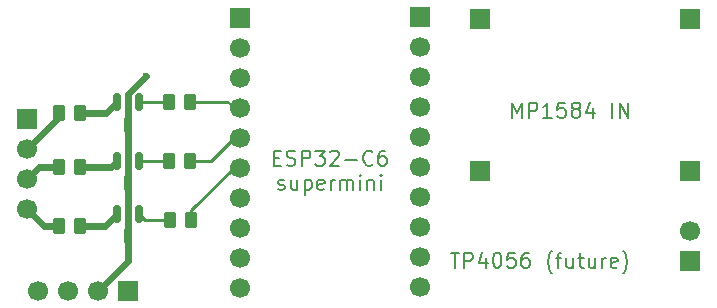
<source format=gbr>
%TF.GenerationSoftware,KiCad,Pcbnew,9.0.1*%
%TF.CreationDate,2025-05-21T02:45:21+02:00*%
%TF.ProjectId,KinderLight,4b696e64-6572-44c6-9967-68742e6b6963,rev?*%
%TF.SameCoordinates,Original*%
%TF.FileFunction,Copper,L1,Top*%
%TF.FilePolarity,Positive*%
%FSLAX46Y46*%
G04 Gerber Fmt 4.6, Leading zero omitted, Abs format (unit mm)*
G04 Created by KiCad (PCBNEW 9.0.1) date 2025-05-21 02:45:21*
%MOMM*%
%LPD*%
G01*
G04 APERTURE LIST*
G04 Aperture macros list*
%AMRoundRect*
0 Rectangle with rounded corners*
0 $1 Rounding radius*
0 $2 $3 $4 $5 $6 $7 $8 $9 X,Y pos of 4 corners*
0 Add a 4 corners polygon primitive as box body*
4,1,4,$2,$3,$4,$5,$6,$7,$8,$9,$2,$3,0*
0 Add four circle primitives for the rounded corners*
1,1,$1+$1,$2,$3*
1,1,$1+$1,$4,$5*
1,1,$1+$1,$6,$7*
1,1,$1+$1,$8,$9*
0 Add four rect primitives between the rounded corners*
20,1,$1+$1,$2,$3,$4,$5,0*
20,1,$1+$1,$4,$5,$6,$7,0*
20,1,$1+$1,$6,$7,$8,$9,0*
20,1,$1+$1,$8,$9,$2,$3,0*%
G04 Aperture macros list end*
%ADD10C,0.158750*%
%TA.AperFunction,NonConductor*%
%ADD11C,0.158750*%
%TD*%
%TA.AperFunction,ComponentPad*%
%ADD12C,1.700000*%
%TD*%
%TA.AperFunction,ComponentPad*%
%ADD13R,1.700000X1.700000*%
%TD*%
%TA.AperFunction,SMDPad,CuDef*%
%ADD14RoundRect,0.250000X0.262500X0.450000X-0.262500X0.450000X-0.262500X-0.450000X0.262500X-0.450000X0*%
%TD*%
%TA.AperFunction,SMDPad,CuDef*%
%ADD15RoundRect,0.150000X-0.150000X0.587500X-0.150000X-0.587500X0.150000X-0.587500X0.150000X0.587500X0*%
%TD*%
%TA.AperFunction,ViaPad*%
%ADD16C,0.600000*%
%TD*%
%TA.AperFunction,Conductor*%
%ADD17C,0.600000*%
%TD*%
%TA.AperFunction,Conductor*%
%ADD18C,0.200000*%
%TD*%
%TA.AperFunction,Conductor*%
%ADD19C,0.250000*%
%TD*%
G04 APERTURE END LIST*
D10*
D11*
X99392618Y-85251719D02*
X99815952Y-85251719D01*
X99997380Y-85916957D02*
X99392618Y-85916957D01*
X99392618Y-85916957D02*
X99392618Y-84646957D01*
X99392618Y-84646957D02*
X99997380Y-84646957D01*
X100481190Y-85856481D02*
X100662619Y-85916957D01*
X100662619Y-85916957D02*
X100965000Y-85916957D01*
X100965000Y-85916957D02*
X101085952Y-85856481D01*
X101085952Y-85856481D02*
X101146428Y-85796004D01*
X101146428Y-85796004D02*
X101206905Y-85675052D01*
X101206905Y-85675052D02*
X101206905Y-85554100D01*
X101206905Y-85554100D02*
X101146428Y-85433147D01*
X101146428Y-85433147D02*
X101085952Y-85372671D01*
X101085952Y-85372671D02*
X100965000Y-85312195D01*
X100965000Y-85312195D02*
X100723095Y-85251719D01*
X100723095Y-85251719D02*
X100602143Y-85191242D01*
X100602143Y-85191242D02*
X100541666Y-85130766D01*
X100541666Y-85130766D02*
X100481190Y-85009814D01*
X100481190Y-85009814D02*
X100481190Y-84888861D01*
X100481190Y-84888861D02*
X100541666Y-84767909D01*
X100541666Y-84767909D02*
X100602143Y-84707433D01*
X100602143Y-84707433D02*
X100723095Y-84646957D01*
X100723095Y-84646957D02*
X101025476Y-84646957D01*
X101025476Y-84646957D02*
X101206905Y-84707433D01*
X101751190Y-85916957D02*
X101751190Y-84646957D01*
X101751190Y-84646957D02*
X102235000Y-84646957D01*
X102235000Y-84646957D02*
X102355952Y-84707433D01*
X102355952Y-84707433D02*
X102416429Y-84767909D01*
X102416429Y-84767909D02*
X102476905Y-84888861D01*
X102476905Y-84888861D02*
X102476905Y-85070290D01*
X102476905Y-85070290D02*
X102416429Y-85191242D01*
X102416429Y-85191242D02*
X102355952Y-85251719D01*
X102355952Y-85251719D02*
X102235000Y-85312195D01*
X102235000Y-85312195D02*
X101751190Y-85312195D01*
X102900238Y-84646957D02*
X103686429Y-84646957D01*
X103686429Y-84646957D02*
X103263095Y-85130766D01*
X103263095Y-85130766D02*
X103444524Y-85130766D01*
X103444524Y-85130766D02*
X103565476Y-85191242D01*
X103565476Y-85191242D02*
X103625952Y-85251719D01*
X103625952Y-85251719D02*
X103686429Y-85372671D01*
X103686429Y-85372671D02*
X103686429Y-85675052D01*
X103686429Y-85675052D02*
X103625952Y-85796004D01*
X103625952Y-85796004D02*
X103565476Y-85856481D01*
X103565476Y-85856481D02*
X103444524Y-85916957D01*
X103444524Y-85916957D02*
X103081667Y-85916957D01*
X103081667Y-85916957D02*
X102960714Y-85856481D01*
X102960714Y-85856481D02*
X102900238Y-85796004D01*
X104170238Y-84767909D02*
X104230714Y-84707433D01*
X104230714Y-84707433D02*
X104351667Y-84646957D01*
X104351667Y-84646957D02*
X104654048Y-84646957D01*
X104654048Y-84646957D02*
X104775000Y-84707433D01*
X104775000Y-84707433D02*
X104835476Y-84767909D01*
X104835476Y-84767909D02*
X104895953Y-84888861D01*
X104895953Y-84888861D02*
X104895953Y-85009814D01*
X104895953Y-85009814D02*
X104835476Y-85191242D01*
X104835476Y-85191242D02*
X104109762Y-85916957D01*
X104109762Y-85916957D02*
X104895953Y-85916957D01*
X105440238Y-85433147D02*
X106407858Y-85433147D01*
X107738334Y-85796004D02*
X107677858Y-85856481D01*
X107677858Y-85856481D02*
X107496429Y-85916957D01*
X107496429Y-85916957D02*
X107375477Y-85916957D01*
X107375477Y-85916957D02*
X107194048Y-85856481D01*
X107194048Y-85856481D02*
X107073096Y-85735528D01*
X107073096Y-85735528D02*
X107012619Y-85614576D01*
X107012619Y-85614576D02*
X106952143Y-85372671D01*
X106952143Y-85372671D02*
X106952143Y-85191242D01*
X106952143Y-85191242D02*
X107012619Y-84949338D01*
X107012619Y-84949338D02*
X107073096Y-84828385D01*
X107073096Y-84828385D02*
X107194048Y-84707433D01*
X107194048Y-84707433D02*
X107375477Y-84646957D01*
X107375477Y-84646957D02*
X107496429Y-84646957D01*
X107496429Y-84646957D02*
X107677858Y-84707433D01*
X107677858Y-84707433D02*
X107738334Y-84767909D01*
X108826905Y-84646957D02*
X108585000Y-84646957D01*
X108585000Y-84646957D02*
X108464048Y-84707433D01*
X108464048Y-84707433D02*
X108403572Y-84767909D01*
X108403572Y-84767909D02*
X108282619Y-84949338D01*
X108282619Y-84949338D02*
X108222143Y-85191242D01*
X108222143Y-85191242D02*
X108222143Y-85675052D01*
X108222143Y-85675052D02*
X108282619Y-85796004D01*
X108282619Y-85796004D02*
X108343096Y-85856481D01*
X108343096Y-85856481D02*
X108464048Y-85916957D01*
X108464048Y-85916957D02*
X108705953Y-85916957D01*
X108705953Y-85916957D02*
X108826905Y-85856481D01*
X108826905Y-85856481D02*
X108887381Y-85796004D01*
X108887381Y-85796004D02*
X108947858Y-85675052D01*
X108947858Y-85675052D02*
X108947858Y-85372671D01*
X108947858Y-85372671D02*
X108887381Y-85251719D01*
X108887381Y-85251719D02*
X108826905Y-85191242D01*
X108826905Y-85191242D02*
X108705953Y-85130766D01*
X108705953Y-85130766D02*
X108464048Y-85130766D01*
X108464048Y-85130766D02*
X108343096Y-85191242D01*
X108343096Y-85191242D02*
X108282619Y-85251719D01*
X108282619Y-85251719D02*
X108222143Y-85372671D01*
X99755476Y-87901110D02*
X99876429Y-87961586D01*
X99876429Y-87961586D02*
X100118333Y-87961586D01*
X100118333Y-87961586D02*
X100239286Y-87901110D01*
X100239286Y-87901110D02*
X100299762Y-87780157D01*
X100299762Y-87780157D02*
X100299762Y-87719681D01*
X100299762Y-87719681D02*
X100239286Y-87598729D01*
X100239286Y-87598729D02*
X100118333Y-87538252D01*
X100118333Y-87538252D02*
X99936905Y-87538252D01*
X99936905Y-87538252D02*
X99815952Y-87477776D01*
X99815952Y-87477776D02*
X99755476Y-87356824D01*
X99755476Y-87356824D02*
X99755476Y-87296348D01*
X99755476Y-87296348D02*
X99815952Y-87175395D01*
X99815952Y-87175395D02*
X99936905Y-87114919D01*
X99936905Y-87114919D02*
X100118333Y-87114919D01*
X100118333Y-87114919D02*
X100239286Y-87175395D01*
X101388333Y-87114919D02*
X101388333Y-87961586D01*
X100844047Y-87114919D02*
X100844047Y-87780157D01*
X100844047Y-87780157D02*
X100904524Y-87901110D01*
X100904524Y-87901110D02*
X101025476Y-87961586D01*
X101025476Y-87961586D02*
X101206905Y-87961586D01*
X101206905Y-87961586D02*
X101327857Y-87901110D01*
X101327857Y-87901110D02*
X101388333Y-87840633D01*
X101993095Y-87114919D02*
X101993095Y-88384919D01*
X101993095Y-87175395D02*
X102114048Y-87114919D01*
X102114048Y-87114919D02*
X102355953Y-87114919D01*
X102355953Y-87114919D02*
X102476905Y-87175395D01*
X102476905Y-87175395D02*
X102537381Y-87235871D01*
X102537381Y-87235871D02*
X102597857Y-87356824D01*
X102597857Y-87356824D02*
X102597857Y-87719681D01*
X102597857Y-87719681D02*
X102537381Y-87840633D01*
X102537381Y-87840633D02*
X102476905Y-87901110D01*
X102476905Y-87901110D02*
X102355953Y-87961586D01*
X102355953Y-87961586D02*
X102114048Y-87961586D01*
X102114048Y-87961586D02*
X101993095Y-87901110D01*
X103625953Y-87901110D02*
X103505001Y-87961586D01*
X103505001Y-87961586D02*
X103263096Y-87961586D01*
X103263096Y-87961586D02*
X103142143Y-87901110D01*
X103142143Y-87901110D02*
X103081667Y-87780157D01*
X103081667Y-87780157D02*
X103081667Y-87296348D01*
X103081667Y-87296348D02*
X103142143Y-87175395D01*
X103142143Y-87175395D02*
X103263096Y-87114919D01*
X103263096Y-87114919D02*
X103505001Y-87114919D01*
X103505001Y-87114919D02*
X103625953Y-87175395D01*
X103625953Y-87175395D02*
X103686429Y-87296348D01*
X103686429Y-87296348D02*
X103686429Y-87417300D01*
X103686429Y-87417300D02*
X103081667Y-87538252D01*
X104230714Y-87961586D02*
X104230714Y-87114919D01*
X104230714Y-87356824D02*
X104291191Y-87235871D01*
X104291191Y-87235871D02*
X104351667Y-87175395D01*
X104351667Y-87175395D02*
X104472619Y-87114919D01*
X104472619Y-87114919D02*
X104593572Y-87114919D01*
X105016904Y-87961586D02*
X105016904Y-87114919D01*
X105016904Y-87235871D02*
X105077381Y-87175395D01*
X105077381Y-87175395D02*
X105198333Y-87114919D01*
X105198333Y-87114919D02*
X105379762Y-87114919D01*
X105379762Y-87114919D02*
X105500714Y-87175395D01*
X105500714Y-87175395D02*
X105561190Y-87296348D01*
X105561190Y-87296348D02*
X105561190Y-87961586D01*
X105561190Y-87296348D02*
X105621666Y-87175395D01*
X105621666Y-87175395D02*
X105742619Y-87114919D01*
X105742619Y-87114919D02*
X105924047Y-87114919D01*
X105924047Y-87114919D02*
X106045000Y-87175395D01*
X106045000Y-87175395D02*
X106105476Y-87296348D01*
X106105476Y-87296348D02*
X106105476Y-87961586D01*
X106710237Y-87961586D02*
X106710237Y-87114919D01*
X106710237Y-86691586D02*
X106649761Y-86752062D01*
X106649761Y-86752062D02*
X106710237Y-86812538D01*
X106710237Y-86812538D02*
X106770714Y-86752062D01*
X106770714Y-86752062D02*
X106710237Y-86691586D01*
X106710237Y-86691586D02*
X106710237Y-86812538D01*
X107314999Y-87114919D02*
X107314999Y-87961586D01*
X107314999Y-87235871D02*
X107375476Y-87175395D01*
X107375476Y-87175395D02*
X107496428Y-87114919D01*
X107496428Y-87114919D02*
X107677857Y-87114919D01*
X107677857Y-87114919D02*
X107798809Y-87175395D01*
X107798809Y-87175395D02*
X107859285Y-87296348D01*
X107859285Y-87296348D02*
X107859285Y-87961586D01*
X108464047Y-87961586D02*
X108464047Y-87114919D01*
X108464047Y-86691586D02*
X108403571Y-86752062D01*
X108403571Y-86752062D02*
X108464047Y-86812538D01*
X108464047Y-86812538D02*
X108524524Y-86752062D01*
X108524524Y-86752062D02*
X108464047Y-86691586D01*
X108464047Y-86691586D02*
X108464047Y-86812538D01*
D10*
D11*
X119531189Y-81859271D02*
X119531189Y-80589271D01*
X119531189Y-80589271D02*
X119954523Y-81496414D01*
X119954523Y-81496414D02*
X120377856Y-80589271D01*
X120377856Y-80589271D02*
X120377856Y-81859271D01*
X120982618Y-81859271D02*
X120982618Y-80589271D01*
X120982618Y-80589271D02*
X121466428Y-80589271D01*
X121466428Y-80589271D02*
X121587380Y-80649747D01*
X121587380Y-80649747D02*
X121647857Y-80710223D01*
X121647857Y-80710223D02*
X121708333Y-80831175D01*
X121708333Y-80831175D02*
X121708333Y-81012604D01*
X121708333Y-81012604D02*
X121647857Y-81133556D01*
X121647857Y-81133556D02*
X121587380Y-81194033D01*
X121587380Y-81194033D02*
X121466428Y-81254509D01*
X121466428Y-81254509D02*
X120982618Y-81254509D01*
X122917857Y-81859271D02*
X122192142Y-81859271D01*
X122554999Y-81859271D02*
X122554999Y-80589271D01*
X122554999Y-80589271D02*
X122434047Y-80770699D01*
X122434047Y-80770699D02*
X122313095Y-80891652D01*
X122313095Y-80891652D02*
X122192142Y-80952128D01*
X124066904Y-80589271D02*
X123462142Y-80589271D01*
X123462142Y-80589271D02*
X123401666Y-81194033D01*
X123401666Y-81194033D02*
X123462142Y-81133556D01*
X123462142Y-81133556D02*
X123583095Y-81073080D01*
X123583095Y-81073080D02*
X123885476Y-81073080D01*
X123885476Y-81073080D02*
X124006428Y-81133556D01*
X124006428Y-81133556D02*
X124066904Y-81194033D01*
X124066904Y-81194033D02*
X124127381Y-81314985D01*
X124127381Y-81314985D02*
X124127381Y-81617366D01*
X124127381Y-81617366D02*
X124066904Y-81738318D01*
X124066904Y-81738318D02*
X124006428Y-81798795D01*
X124006428Y-81798795D02*
X123885476Y-81859271D01*
X123885476Y-81859271D02*
X123583095Y-81859271D01*
X123583095Y-81859271D02*
X123462142Y-81798795D01*
X123462142Y-81798795D02*
X123401666Y-81738318D01*
X124853095Y-81133556D02*
X124732143Y-81073080D01*
X124732143Y-81073080D02*
X124671666Y-81012604D01*
X124671666Y-81012604D02*
X124611190Y-80891652D01*
X124611190Y-80891652D02*
X124611190Y-80831175D01*
X124611190Y-80831175D02*
X124671666Y-80710223D01*
X124671666Y-80710223D02*
X124732143Y-80649747D01*
X124732143Y-80649747D02*
X124853095Y-80589271D01*
X124853095Y-80589271D02*
X125095000Y-80589271D01*
X125095000Y-80589271D02*
X125215952Y-80649747D01*
X125215952Y-80649747D02*
X125276428Y-80710223D01*
X125276428Y-80710223D02*
X125336905Y-80831175D01*
X125336905Y-80831175D02*
X125336905Y-80891652D01*
X125336905Y-80891652D02*
X125276428Y-81012604D01*
X125276428Y-81012604D02*
X125215952Y-81073080D01*
X125215952Y-81073080D02*
X125095000Y-81133556D01*
X125095000Y-81133556D02*
X124853095Y-81133556D01*
X124853095Y-81133556D02*
X124732143Y-81194033D01*
X124732143Y-81194033D02*
X124671666Y-81254509D01*
X124671666Y-81254509D02*
X124611190Y-81375461D01*
X124611190Y-81375461D02*
X124611190Y-81617366D01*
X124611190Y-81617366D02*
X124671666Y-81738318D01*
X124671666Y-81738318D02*
X124732143Y-81798795D01*
X124732143Y-81798795D02*
X124853095Y-81859271D01*
X124853095Y-81859271D02*
X125095000Y-81859271D01*
X125095000Y-81859271D02*
X125215952Y-81798795D01*
X125215952Y-81798795D02*
X125276428Y-81738318D01*
X125276428Y-81738318D02*
X125336905Y-81617366D01*
X125336905Y-81617366D02*
X125336905Y-81375461D01*
X125336905Y-81375461D02*
X125276428Y-81254509D01*
X125276428Y-81254509D02*
X125215952Y-81194033D01*
X125215952Y-81194033D02*
X125095000Y-81133556D01*
X126425476Y-81012604D02*
X126425476Y-81859271D01*
X126123095Y-80528795D02*
X125820714Y-81435937D01*
X125820714Y-81435937D02*
X126606905Y-81435937D01*
X128058333Y-81859271D02*
X128058333Y-80589271D01*
X128663095Y-81859271D02*
X128663095Y-80589271D01*
X128663095Y-80589271D02*
X129388810Y-81859271D01*
X129388810Y-81859271D02*
X129388810Y-80589271D01*
D10*
D11*
X114360476Y-93289271D02*
X115086190Y-93289271D01*
X114723333Y-94559271D02*
X114723333Y-93289271D01*
X115509523Y-94559271D02*
X115509523Y-93289271D01*
X115509523Y-93289271D02*
X115993333Y-93289271D01*
X115993333Y-93289271D02*
X116114285Y-93349747D01*
X116114285Y-93349747D02*
X116174762Y-93410223D01*
X116174762Y-93410223D02*
X116235238Y-93531175D01*
X116235238Y-93531175D02*
X116235238Y-93712604D01*
X116235238Y-93712604D02*
X116174762Y-93833556D01*
X116174762Y-93833556D02*
X116114285Y-93894033D01*
X116114285Y-93894033D02*
X115993333Y-93954509D01*
X115993333Y-93954509D02*
X115509523Y-93954509D01*
X117323809Y-93712604D02*
X117323809Y-94559271D01*
X117021428Y-93228795D02*
X116719047Y-94135937D01*
X116719047Y-94135937D02*
X117505238Y-94135937D01*
X118230952Y-93289271D02*
X118351905Y-93289271D01*
X118351905Y-93289271D02*
X118472857Y-93349747D01*
X118472857Y-93349747D02*
X118533333Y-93410223D01*
X118533333Y-93410223D02*
X118593809Y-93531175D01*
X118593809Y-93531175D02*
X118654286Y-93773080D01*
X118654286Y-93773080D02*
X118654286Y-94075461D01*
X118654286Y-94075461D02*
X118593809Y-94317366D01*
X118593809Y-94317366D02*
X118533333Y-94438318D01*
X118533333Y-94438318D02*
X118472857Y-94498795D01*
X118472857Y-94498795D02*
X118351905Y-94559271D01*
X118351905Y-94559271D02*
X118230952Y-94559271D01*
X118230952Y-94559271D02*
X118110000Y-94498795D01*
X118110000Y-94498795D02*
X118049524Y-94438318D01*
X118049524Y-94438318D02*
X117989047Y-94317366D01*
X117989047Y-94317366D02*
X117928571Y-94075461D01*
X117928571Y-94075461D02*
X117928571Y-93773080D01*
X117928571Y-93773080D02*
X117989047Y-93531175D01*
X117989047Y-93531175D02*
X118049524Y-93410223D01*
X118049524Y-93410223D02*
X118110000Y-93349747D01*
X118110000Y-93349747D02*
X118230952Y-93289271D01*
X119803333Y-93289271D02*
X119198571Y-93289271D01*
X119198571Y-93289271D02*
X119138095Y-93894033D01*
X119138095Y-93894033D02*
X119198571Y-93833556D01*
X119198571Y-93833556D02*
X119319524Y-93773080D01*
X119319524Y-93773080D02*
X119621905Y-93773080D01*
X119621905Y-93773080D02*
X119742857Y-93833556D01*
X119742857Y-93833556D02*
X119803333Y-93894033D01*
X119803333Y-93894033D02*
X119863810Y-94014985D01*
X119863810Y-94014985D02*
X119863810Y-94317366D01*
X119863810Y-94317366D02*
X119803333Y-94438318D01*
X119803333Y-94438318D02*
X119742857Y-94498795D01*
X119742857Y-94498795D02*
X119621905Y-94559271D01*
X119621905Y-94559271D02*
X119319524Y-94559271D01*
X119319524Y-94559271D02*
X119198571Y-94498795D01*
X119198571Y-94498795D02*
X119138095Y-94438318D01*
X120952381Y-93289271D02*
X120710476Y-93289271D01*
X120710476Y-93289271D02*
X120589524Y-93349747D01*
X120589524Y-93349747D02*
X120529048Y-93410223D01*
X120529048Y-93410223D02*
X120408095Y-93591652D01*
X120408095Y-93591652D02*
X120347619Y-93833556D01*
X120347619Y-93833556D02*
X120347619Y-94317366D01*
X120347619Y-94317366D02*
X120408095Y-94438318D01*
X120408095Y-94438318D02*
X120468572Y-94498795D01*
X120468572Y-94498795D02*
X120589524Y-94559271D01*
X120589524Y-94559271D02*
X120831429Y-94559271D01*
X120831429Y-94559271D02*
X120952381Y-94498795D01*
X120952381Y-94498795D02*
X121012857Y-94438318D01*
X121012857Y-94438318D02*
X121073334Y-94317366D01*
X121073334Y-94317366D02*
X121073334Y-94014985D01*
X121073334Y-94014985D02*
X121012857Y-93894033D01*
X121012857Y-93894033D02*
X120952381Y-93833556D01*
X120952381Y-93833556D02*
X120831429Y-93773080D01*
X120831429Y-93773080D02*
X120589524Y-93773080D01*
X120589524Y-93773080D02*
X120468572Y-93833556D01*
X120468572Y-93833556D02*
X120408095Y-93894033D01*
X120408095Y-93894033D02*
X120347619Y-94014985D01*
X122948096Y-95043080D02*
X122887619Y-94982604D01*
X122887619Y-94982604D02*
X122766667Y-94801175D01*
X122766667Y-94801175D02*
X122706191Y-94680223D01*
X122706191Y-94680223D02*
X122645715Y-94498795D01*
X122645715Y-94498795D02*
X122585238Y-94196414D01*
X122585238Y-94196414D02*
X122585238Y-93954509D01*
X122585238Y-93954509D02*
X122645715Y-93652128D01*
X122645715Y-93652128D02*
X122706191Y-93470699D01*
X122706191Y-93470699D02*
X122766667Y-93349747D01*
X122766667Y-93349747D02*
X122887619Y-93168318D01*
X122887619Y-93168318D02*
X122948096Y-93107842D01*
X123250477Y-93712604D02*
X123734286Y-93712604D01*
X123431905Y-94559271D02*
X123431905Y-93470699D01*
X123431905Y-93470699D02*
X123492382Y-93349747D01*
X123492382Y-93349747D02*
X123613334Y-93289271D01*
X123613334Y-93289271D02*
X123734286Y-93289271D01*
X124701905Y-93712604D02*
X124701905Y-94559271D01*
X124157619Y-93712604D02*
X124157619Y-94377842D01*
X124157619Y-94377842D02*
X124218096Y-94498795D01*
X124218096Y-94498795D02*
X124339048Y-94559271D01*
X124339048Y-94559271D02*
X124520477Y-94559271D01*
X124520477Y-94559271D02*
X124641429Y-94498795D01*
X124641429Y-94498795D02*
X124701905Y-94438318D01*
X125125239Y-93712604D02*
X125609048Y-93712604D01*
X125306667Y-93289271D02*
X125306667Y-94377842D01*
X125306667Y-94377842D02*
X125367144Y-94498795D01*
X125367144Y-94498795D02*
X125488096Y-94559271D01*
X125488096Y-94559271D02*
X125609048Y-94559271D01*
X126576667Y-93712604D02*
X126576667Y-94559271D01*
X126032381Y-93712604D02*
X126032381Y-94377842D01*
X126032381Y-94377842D02*
X126092858Y-94498795D01*
X126092858Y-94498795D02*
X126213810Y-94559271D01*
X126213810Y-94559271D02*
X126395239Y-94559271D01*
X126395239Y-94559271D02*
X126516191Y-94498795D01*
X126516191Y-94498795D02*
X126576667Y-94438318D01*
X127181429Y-94559271D02*
X127181429Y-93712604D01*
X127181429Y-93954509D02*
X127241906Y-93833556D01*
X127241906Y-93833556D02*
X127302382Y-93773080D01*
X127302382Y-93773080D02*
X127423334Y-93712604D01*
X127423334Y-93712604D02*
X127544287Y-93712604D01*
X128451429Y-94498795D02*
X128330477Y-94559271D01*
X128330477Y-94559271D02*
X128088572Y-94559271D01*
X128088572Y-94559271D02*
X127967619Y-94498795D01*
X127967619Y-94498795D02*
X127907143Y-94377842D01*
X127907143Y-94377842D02*
X127907143Y-93894033D01*
X127907143Y-93894033D02*
X127967619Y-93773080D01*
X127967619Y-93773080D02*
X128088572Y-93712604D01*
X128088572Y-93712604D02*
X128330477Y-93712604D01*
X128330477Y-93712604D02*
X128451429Y-93773080D01*
X128451429Y-93773080D02*
X128511905Y-93894033D01*
X128511905Y-93894033D02*
X128511905Y-94014985D01*
X128511905Y-94014985D02*
X127907143Y-94135937D01*
X128935238Y-95043080D02*
X128995714Y-94982604D01*
X128995714Y-94982604D02*
X129116667Y-94801175D01*
X129116667Y-94801175D02*
X129177143Y-94680223D01*
X129177143Y-94680223D02*
X129237619Y-94498795D01*
X129237619Y-94498795D02*
X129298095Y-94196414D01*
X129298095Y-94196414D02*
X129298095Y-93954509D01*
X129298095Y-93954509D02*
X129237619Y-93652128D01*
X129237619Y-93652128D02*
X129177143Y-93470699D01*
X129177143Y-93470699D02*
X129116667Y-93349747D01*
X129116667Y-93349747D02*
X128995714Y-93168318D01*
X128995714Y-93168318D02*
X128935238Y-93107842D01*
D12*
%TO.P,J9,2,Pin_2*%
%TO.N,GND*%
X134620000Y-91440000D03*
D13*
%TO.P,J9,1,Pin_1*%
%TO.N,VCC 12V MAX*%
X134620000Y-93980000D03*
%TD*%
D14*
%TO.P,R6,2*%
%TO.N,Net-(J8-Pin_4)*%
X81175000Y-91000000D03*
%TO.P,R6,1*%
%TO.N,Net-(Q3-D)*%
X83000000Y-91000000D03*
%TD*%
%TO.P,R3,1*%
%TO.N,/PWM_BLUE*%
X92412500Y-90500000D03*
%TO.P,R3,2*%
%TO.N,Net-(Q3-G)*%
X90587500Y-90500000D03*
%TD*%
%TO.P,R2,1*%
%TO.N,/PWM_GREEN*%
X92325000Y-85500000D03*
%TO.P,R2,2*%
%TO.N,Net-(Q2-G)*%
X90500000Y-85500000D03*
%TD*%
%TO.P,R1,1*%
%TO.N,/PWM_RED*%
X92325000Y-80500000D03*
%TO.P,R1,2*%
%TO.N,Net-(Q1-G)*%
X90500000Y-80500000D03*
%TD*%
%TO.P,R5,1*%
%TO.N,Net-(Q2-D)*%
X83000000Y-86000000D03*
%TO.P,R5,2*%
%TO.N,Net-(J8-Pin_3)*%
X81175000Y-86000000D03*
%TD*%
%TO.P,R4,1*%
%TO.N,Net-(Q1-D)*%
X83000000Y-81500000D03*
%TO.P,R4,2*%
%TO.N,Net-(J8-Pin_2)*%
X81175000Y-81500000D03*
%TD*%
D15*
%TO.P,Q3,1,G*%
%TO.N,Net-(Q3-G)*%
X88000000Y-90000000D03*
%TO.P,Q3,2,D*%
%TO.N,Net-(Q3-D)*%
X86100000Y-90000000D03*
%TO.P,Q3,3,S*%
%TO.N,GND*%
X87050000Y-91875000D03*
%TD*%
%TO.P,Q2,1,G*%
%TO.N,Net-(Q2-G)*%
X88000000Y-85500000D03*
%TO.P,Q2,2,D*%
%TO.N,Net-(Q2-D)*%
X86100000Y-85500000D03*
%TO.P,Q2,3,S*%
%TO.N,GND*%
X87050000Y-87375000D03*
%TD*%
%TO.P,Q1,1,G*%
%TO.N,Net-(Q1-G)*%
X88000000Y-80562500D03*
%TO.P,Q1,2,D*%
%TO.N,Net-(Q1-D)*%
X86100000Y-80562500D03*
%TO.P,Q1,3,S*%
%TO.N,GND*%
X87050000Y-82437500D03*
%TD*%
D13*
%TO.P,J8,1,Pin_1*%
%TO.N,VCC 5V*%
X78500000Y-81960000D03*
D12*
%TO.P,J8,2,Pin_2*%
%TO.N,Net-(J8-Pin_2)*%
X78500000Y-84500000D03*
%TO.P,J8,3,Pin_3*%
%TO.N,Net-(J8-Pin_3)*%
X78500000Y-87040000D03*
%TO.P,J8,4,Pin_4*%
%TO.N,Net-(J8-Pin_4)*%
X78500000Y-89580000D03*
%TD*%
D13*
%TO.P,J7,1,Pin_1*%
%TO.N,Net-(J4-Pin_3)*%
X87040000Y-96500000D03*
D12*
%TO.P,J7,2,Pin_2*%
%TO.N,GND*%
X84500000Y-96500000D03*
%TO.P,J7,3,Pin_3*%
%TO.N,/I2C SCL*%
X81960000Y-96500000D03*
%TO.P,J7,4,Pin_4*%
%TO.N,/I2C SDA*%
X79420000Y-96500000D03*
%TD*%
D13*
%TO.P,J6,1,Pin_1*%
%TO.N,GND*%
X134620000Y-86360000D03*
%TD*%
%TO.P,J5,1,Pin_1*%
%TO.N,VCC 12V MAX*%
X134620000Y-73500000D03*
%TD*%
%TO.P,J4,1,Pin_1*%
%TO.N,VCC 5V*%
X111760000Y-73340000D03*
D12*
%TO.P,J4,2,Pin_2*%
%TO.N,GND*%
X111760000Y-75880000D03*
%TO.P,J4,3,Pin_3*%
%TO.N,Net-(J4-Pin_3)*%
X111760000Y-78420000D03*
%TO.P,J4,4,Pin_4*%
%TO.N,unconnected-(J4-Pin_4-Pad4)*%
X111760000Y-80960000D03*
%TO.P,J4,5,Pin_5*%
%TO.N,unconnected-(J4-Pin_5-Pad5)*%
X111760000Y-83500000D03*
%TO.P,J4,6,Pin_6*%
%TO.N,unconnected-(J4-Pin_6-Pad6)*%
X111760000Y-86040000D03*
%TO.P,J4,7,Pin_7*%
%TO.N,/I2C SCL*%
X111760000Y-88580000D03*
%TO.P,J4,8,Pin_8*%
%TO.N,/I2C SDA*%
X111760000Y-91120000D03*
%TO.P,J4,9,Pin_9*%
%TO.N,unconnected-(J4-Pin_9-Pad9)*%
X111760000Y-93660000D03*
%TO.P,J4,10,Pin_10*%
%TO.N,unconnected-(J4-Pin_10-Pad10)*%
X111760000Y-96200000D03*
%TD*%
D13*
%TO.P,J2,1,Pin_1*%
%TO.N,GND*%
X116840000Y-86360000D03*
%TD*%
%TO.P,J1,1,Pin_1*%
%TO.N,VCC 5V*%
X116840000Y-73500000D03*
%TD*%
%TO.P,J3,1,Pin_1*%
%TO.N,unconnected-(J3-Pin_1-Pad1)*%
X96520000Y-73380000D03*
D12*
%TO.P,J3,2,Pin_2*%
%TO.N,unconnected-(J3-Pin_2-Pad2)*%
X96520000Y-75920000D03*
%TO.P,J3,3,Pin_3*%
%TO.N,unconnected-(J3-Pin_3-Pad3)*%
X96520000Y-78460000D03*
%TO.P,J3,4,Pin_4*%
%TO.N,/PWM_RED*%
X96520000Y-81000000D03*
%TO.P,J3,5,Pin_5*%
%TO.N,/PWM_GREEN*%
X96520000Y-83540000D03*
%TO.P,J3,6,Pin_6*%
%TO.N,/PWM_BLUE*%
X96520000Y-86080000D03*
%TO.P,J3,7,Pin_7*%
%TO.N,unconnected-(J3-Pin_7-Pad7)*%
X96520000Y-88620000D03*
%TO.P,J3,8,Pin_8*%
%TO.N,unconnected-(J3-Pin_8-Pad8)*%
X96520000Y-91160000D03*
%TO.P,J3,9,Pin_9*%
%TO.N,unconnected-(J3-Pin_9-Pad9)*%
X96520000Y-93700000D03*
%TO.P,J3,10,Pin_10*%
%TO.N,unconnected-(J3-Pin_10-Pad10)*%
X96520000Y-96240000D03*
%TD*%
D16*
%TO.N,GND*%
X88530095Y-78370095D03*
%TD*%
D17*
%TO.N,GND*%
X87050000Y-79850190D02*
X88530095Y-78370095D01*
X87050000Y-82437500D02*
X87050000Y-79850190D01*
X87050000Y-82437500D02*
X87050000Y-87375000D01*
X87050000Y-87375000D02*
X87050000Y-91875000D01*
X87050000Y-91875000D02*
X87050000Y-93950000D01*
D18*
X87050000Y-93950000D02*
X87000000Y-94000000D01*
%TO.N,/PWM_BLUE*%
X92412500Y-90500000D02*
X92412500Y-89667500D01*
D19*
X92412500Y-89667500D02*
X96000000Y-86080000D01*
%TO.N,/PWM_GREEN*%
X92325000Y-85500000D02*
X94040000Y-85500000D01*
X94040000Y-85500000D02*
X96000000Y-83540000D01*
%TO.N,/PWM_RED*%
X92325000Y-80500000D02*
X95500000Y-80500000D01*
D18*
X95500000Y-80500000D02*
X96000000Y-81000000D01*
D19*
%TO.N,Net-(Q3-G)*%
X88000000Y-90000000D02*
X88500000Y-90500000D01*
X88500000Y-90500000D02*
X90587500Y-90500000D01*
%TO.N,Net-(Q2-G)*%
X88000000Y-85500000D02*
X90500000Y-85500000D01*
%TO.N,Net-(Q1-G)*%
X88000000Y-80562500D02*
X90437500Y-80562500D01*
D18*
X90437500Y-80562500D02*
X90500000Y-80500000D01*
D17*
%TO.N,Net-(Q3-D)*%
X83000000Y-91000000D02*
X85100000Y-91000000D01*
X85100000Y-91000000D02*
X86100000Y-90000000D01*
%TO.N,Net-(Q2-D)*%
X83000000Y-86000000D02*
X85600000Y-86000000D01*
X85600000Y-86000000D02*
X86100000Y-85500000D01*
%TO.N,Net-(Q1-D)*%
X83000000Y-81500000D02*
X85162500Y-81500000D01*
X85162500Y-81500000D02*
X86100000Y-80562500D01*
%TO.N,Net-(J8-Pin_4)*%
X78500000Y-89580000D02*
X79920000Y-91000000D01*
X79920000Y-91000000D02*
X81175000Y-91000000D01*
%TO.N,Net-(J8-Pin_3)*%
X78500000Y-87040000D02*
X79540000Y-86000000D01*
X79540000Y-86000000D02*
X81175000Y-86000000D01*
%TO.N,Net-(J8-Pin_2)*%
X78500000Y-84500000D02*
X81175000Y-81825000D01*
D18*
X81175000Y-81825000D02*
X81175000Y-81500000D01*
D17*
%TO.N,GND*%
X84500000Y-96500000D02*
X87000000Y-94000000D01*
%TD*%
M02*

</source>
